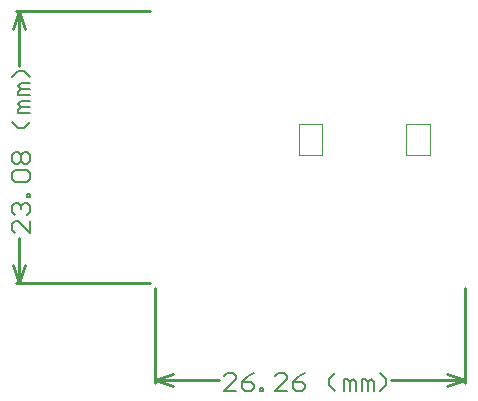
<source format=gm1>
G04 Layer_Color=16711935*
%FSLAX23Y23*%
%MOIN*%
G70*
G01*
G75*
%ADD12C,0.010*%
%ADD20C,0.004*%
%ADD29C,0.006*%
D12*
X1590Y3960D02*
X2035D01*
X1590Y3051D02*
X2035D01*
X1600Y3776D02*
Y3960D01*
Y3051D02*
Y3204D01*
X1580Y3900D02*
X1600Y3960D01*
X1620Y3900D01*
X1600Y3051D02*
X1620Y3111D01*
X1580D02*
X1600Y3051D01*
X3085Y2720D02*
Y3035D01*
X2051Y2720D02*
Y3035D01*
X2838Y2730D02*
X3085D01*
X2051D02*
X2266D01*
X3025Y2750D02*
X3085Y2730D01*
X3025Y2710D02*
X3085Y2730D01*
X2051D02*
X2111Y2710D01*
X2051Y2730D02*
X2111Y2750D01*
D20*
X2889Y3581D02*
X2968D01*
X2889Y3479D02*
X2968D01*
X2531Y3581D02*
X2609D01*
X2531Y3479D02*
X2609D01*
X2889D02*
Y3581D01*
X2968Y3479D02*
Y3581D01*
X2609Y3479D02*
Y3581D01*
X2531Y3479D02*
Y3581D01*
D29*
X1636Y3260D02*
Y3220D01*
X1596Y3260D01*
X1586D01*
X1576Y3250D01*
Y3230D01*
X1586Y3220D01*
Y3280D02*
X1576Y3290D01*
Y3310D01*
X1586Y3320D01*
X1596D01*
X1606Y3310D01*
Y3300D01*
Y3310D01*
X1616Y3320D01*
X1626D01*
X1636Y3310D01*
Y3290D01*
X1626Y3280D01*
X1636Y3340D02*
X1626D01*
Y3350D01*
X1636D01*
Y3340D01*
X1586Y3390D02*
X1576Y3400D01*
Y3420D01*
X1586Y3430D01*
X1626D01*
X1636Y3420D01*
Y3400D01*
X1626Y3390D01*
X1586D01*
Y3450D02*
X1576Y3460D01*
Y3480D01*
X1586Y3490D01*
X1596D01*
X1606Y3480D01*
X1616Y3490D01*
X1626D01*
X1636Y3480D01*
Y3460D01*
X1626Y3450D01*
X1616D01*
X1606Y3460D01*
X1596Y3450D01*
X1586D01*
X1606Y3460D02*
Y3480D01*
X1636Y3590D02*
X1616Y3570D01*
X1596D01*
X1576Y3590D01*
X1636Y3620D02*
X1596D01*
Y3630D01*
X1606Y3640D01*
X1636D01*
X1606D01*
X1596Y3650D01*
X1606Y3660D01*
X1636D01*
Y3680D02*
X1596D01*
Y3690D01*
X1606Y3700D01*
X1636D01*
X1606D01*
X1596Y3710D01*
X1606Y3720D01*
X1636D01*
Y3740D02*
X1616Y3760D01*
X1596D01*
X1576Y3740D01*
X2322Y2694D02*
X2282D01*
X2322Y2734D01*
Y2744D01*
X2312Y2754D01*
X2292D01*
X2282Y2744D01*
X2382Y2754D02*
X2362Y2744D01*
X2342Y2724D01*
Y2704D01*
X2352Y2694D01*
X2372D01*
X2382Y2704D01*
Y2714D01*
X2372Y2724D01*
X2342D01*
X2402Y2694D02*
Y2704D01*
X2412D01*
Y2694D01*
X2402D01*
X2492D02*
X2452D01*
X2492Y2734D01*
Y2744D01*
X2482Y2754D01*
X2462D01*
X2452Y2744D01*
X2552Y2754D02*
X2532Y2744D01*
X2512Y2724D01*
Y2704D01*
X2522Y2694D01*
X2542D01*
X2552Y2704D01*
Y2714D01*
X2542Y2724D01*
X2512D01*
X2652Y2694D02*
X2632Y2714D01*
Y2734D01*
X2652Y2754D01*
X2682Y2694D02*
Y2734D01*
X2692D01*
X2702Y2724D01*
Y2694D01*
Y2724D01*
X2712Y2734D01*
X2722Y2724D01*
Y2694D01*
X2742D02*
Y2734D01*
X2752D01*
X2762Y2724D01*
Y2694D01*
Y2724D01*
X2772Y2734D01*
X2782Y2724D01*
Y2694D01*
X2802D02*
X2822Y2714D01*
Y2734D01*
X2802Y2754D01*
M02*

</source>
